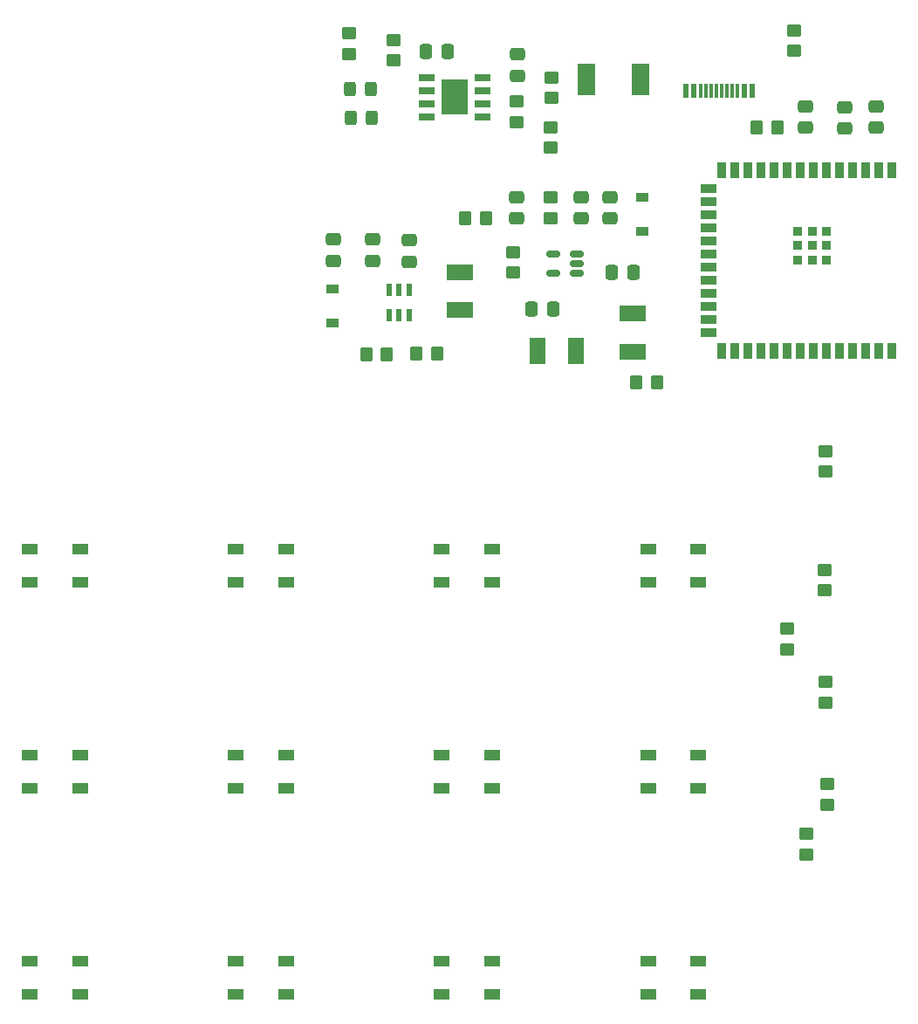
<source format=gtp>
G04 #@! TF.GenerationSoftware,KiCad,Pcbnew,(6.0.0)*
G04 #@! TF.CreationDate,2022-08-09T12:25:01+02:00*
G04 #@! TF.ProjectId,keyboard_v1.0,6b657962-6f61-4726-945f-76312e302e6b,rev?*
G04 #@! TF.SameCoordinates,Original*
G04 #@! TF.FileFunction,Paste,Top*
G04 #@! TF.FilePolarity,Positive*
%FSLAX46Y46*%
G04 Gerber Fmt 4.6, Leading zero omitted, Abs format (unit mm)*
G04 Created by KiCad (PCBNEW (6.0.0)) date 2022-08-09 12:25:01*
%MOMM*%
%LPD*%
G01*
G04 APERTURE LIST*
G04 Aperture macros list*
%AMRoundRect*
0 Rectangle with rounded corners*
0 $1 Rounding radius*
0 $2 $3 $4 $5 $6 $7 $8 $9 X,Y pos of 4 corners*
0 Add a 4 corners polygon primitive as box body*
4,1,4,$2,$3,$4,$5,$6,$7,$8,$9,$2,$3,0*
0 Add four circle primitives for the rounded corners*
1,1,$1+$1,$2,$3*
1,1,$1+$1,$4,$5*
1,1,$1+$1,$6,$7*
1,1,$1+$1,$8,$9*
0 Add four rect primitives between the rounded corners*
20,1,$1+$1,$2,$3,$4,$5,0*
20,1,$1+$1,$4,$5,$6,$7,0*
20,1,$1+$1,$6,$7,$8,$9,0*
20,1,$1+$1,$8,$9,$2,$3,0*%
G04 Aperture macros list end*
%ADD10RoundRect,0.250000X-0.350000X-0.450000X0.350000X-0.450000X0.350000X0.450000X-0.350000X0.450000X0*%
%ADD11R,2.500000X1.500000*%
%ADD12R,1.500000X2.500000*%
%ADD13R,1.525000X0.700000*%
%ADD14R,2.513000X3.402000*%
%ADD15RoundRect,0.250000X0.325000X0.450000X-0.325000X0.450000X-0.325000X-0.450000X0.325000X-0.450000X0*%
%ADD16RoundRect,0.250000X0.450000X-0.350000X0.450000X0.350000X-0.450000X0.350000X-0.450000X-0.350000X0*%
%ADD17RoundRect,0.250000X0.475000X-0.337500X0.475000X0.337500X-0.475000X0.337500X-0.475000X-0.337500X0*%
%ADD18RoundRect,0.250000X-0.450000X0.350000X-0.450000X-0.350000X0.450000X-0.350000X0.450000X0.350000X0*%
%ADD19R,1.780000X3.150000*%
%ADD20RoundRect,0.250000X-0.475000X0.337500X-0.475000X-0.337500X0.475000X-0.337500X0.475000X0.337500X0*%
%ADD21RoundRect,0.250000X0.350000X0.450000X-0.350000X0.450000X-0.350000X-0.450000X0.350000X-0.450000X0*%
%ADD22RoundRect,0.250000X-0.337500X-0.475000X0.337500X-0.475000X0.337500X0.475000X-0.337500X0.475000X0*%
%ADD23R,1.500000X1.000000*%
%ADD24R,1.200000X0.900000*%
%ADD25R,0.900000X1.500000*%
%ADD26R,1.500000X0.900000*%
%ADD27R,0.900000X0.900000*%
%ADD28R,0.600000X1.450000*%
%ADD29R,0.300000X1.450000*%
%ADD30R,0.600000X1.200000*%
%ADD31RoundRect,0.250000X0.337500X0.475000X-0.337500X0.475000X-0.337500X-0.475000X0.337500X-0.475000X0*%
%ADD32RoundRect,0.150000X0.512500X0.150000X-0.512500X0.150000X-0.512500X-0.150000X0.512500X-0.150000X0*%
G04 APERTURE END LIST*
D10*
X125600000Y-41800000D03*
X127600000Y-41800000D03*
D11*
X113600000Y-59850000D03*
X113600000Y-63550000D03*
D12*
X104350000Y-63500000D03*
X108050000Y-63500000D03*
D13*
X98984000Y-40775000D03*
X98984000Y-39505000D03*
X98984000Y-38235000D03*
X98984000Y-36965000D03*
X93560000Y-36965000D03*
X93560000Y-38235000D03*
X93560000Y-39505000D03*
X93560000Y-40775000D03*
D14*
X96272000Y-38870000D03*
D15*
X88149500Y-38055000D03*
X86099500Y-38055000D03*
D16*
X132200000Y-86700000D03*
X132200000Y-84700000D03*
D17*
X91900000Y-54837500D03*
X91900000Y-52762500D03*
D18*
X130441000Y-110349000D03*
X130441000Y-112349000D03*
D19*
X114342000Y-37163000D03*
X109112000Y-37163000D03*
D20*
X111400000Y-48562500D03*
X111400000Y-50637500D03*
D18*
X105653000Y-36959000D03*
X105653000Y-38959000D03*
D20*
X102300000Y-48562500D03*
X102300000Y-50637500D03*
D21*
X115900000Y-66500000D03*
X113900000Y-66500000D03*
D17*
X137200000Y-41837500D03*
X137200000Y-39762500D03*
D22*
X111562500Y-55900000D03*
X113637500Y-55900000D03*
D23*
X115050000Y-122700000D03*
X115050000Y-125900000D03*
X119950000Y-125900000D03*
X119950000Y-122700000D03*
D18*
X132300000Y-73200000D03*
X132300000Y-75200000D03*
D11*
X96800000Y-55850000D03*
X96800000Y-59550000D03*
D23*
X119950000Y-105900000D03*
X119950000Y-102700000D03*
X115050000Y-102700000D03*
X115050000Y-105900000D03*
D16*
X129217000Y-34404000D03*
X129217000Y-32404000D03*
D10*
X87700000Y-63800000D03*
X89700000Y-63800000D03*
D23*
X55050000Y-82700000D03*
X55050000Y-85900000D03*
X59950000Y-85900000D03*
X59950000Y-82700000D03*
X75050000Y-122700000D03*
X75050000Y-125900000D03*
X79950000Y-125900000D03*
X79950000Y-122700000D03*
D24*
X84400000Y-57450000D03*
X84400000Y-60750000D03*
D16*
X132300000Y-97600000D03*
X132300000Y-95600000D03*
D18*
X90339000Y-33313000D03*
X90339000Y-35313000D03*
D17*
X84500000Y-54737500D03*
X84500000Y-52662500D03*
D22*
X93536500Y-34436000D03*
X95611500Y-34436000D03*
D21*
X99300000Y-50600000D03*
X97300000Y-50600000D03*
D18*
X128539000Y-90403000D03*
X128539000Y-92403000D03*
D23*
X75050000Y-82700000D03*
X75050000Y-85900000D03*
X79950000Y-85900000D03*
X79950000Y-82700000D03*
X95050000Y-122700000D03*
X95050000Y-125900000D03*
X99950000Y-125900000D03*
X99950000Y-122700000D03*
X99950000Y-105900000D03*
X99950000Y-102700000D03*
X95050000Y-102700000D03*
X95050000Y-105900000D03*
X79950000Y-105900000D03*
X79950000Y-102700000D03*
X75050000Y-102700000D03*
X75050000Y-105900000D03*
D25*
X138696000Y-46001000D03*
X137426000Y-46001000D03*
X136156000Y-46001000D03*
X134886000Y-46001000D03*
X133616000Y-46001000D03*
X132346000Y-46001000D03*
X131076000Y-46001000D03*
X129806000Y-46001000D03*
X128536000Y-46001000D03*
X127266000Y-46001000D03*
X125996000Y-46001000D03*
X124726000Y-46001000D03*
X123456000Y-46001000D03*
X122186000Y-46001000D03*
D26*
X120936000Y-47766000D03*
X120936000Y-49036000D03*
X120936000Y-50301000D03*
X120936000Y-51576000D03*
X120936000Y-52846000D03*
X120936000Y-54116000D03*
X120936000Y-55386000D03*
X120936000Y-56656000D03*
X120936000Y-57926000D03*
X120936000Y-59196000D03*
X120936000Y-60466000D03*
X120936000Y-61736000D03*
D25*
X122186000Y-63501000D03*
X123456000Y-63501000D03*
X124726000Y-63501000D03*
X125996000Y-63501000D03*
X127266000Y-63501000D03*
X128536000Y-63501000D03*
X129806000Y-63501000D03*
X131076000Y-63501000D03*
X132346000Y-63501000D03*
X133616000Y-63501000D03*
X134886000Y-63501000D03*
X136156000Y-63501000D03*
X137426000Y-63501000D03*
X138696000Y-63501000D03*
D27*
X130976000Y-54651000D03*
X129576000Y-54651000D03*
X130976000Y-51851000D03*
X132376000Y-53251000D03*
X132376000Y-51851000D03*
X129576000Y-53251000D03*
X132376000Y-54651000D03*
X129571000Y-51851000D03*
X130976000Y-53251000D03*
D18*
X102300000Y-39300000D03*
X102300000Y-41300000D03*
X105600000Y-41800000D03*
X105600000Y-43800000D03*
D28*
X125190000Y-38244000D03*
X124390000Y-38244000D03*
D29*
X123190000Y-38244000D03*
X122190000Y-38244000D03*
X121690000Y-38244000D03*
X120690000Y-38244000D03*
D28*
X119490000Y-38244000D03*
X118690000Y-38244000D03*
X118690000Y-38244000D03*
X119490000Y-38244000D03*
D29*
X120190000Y-38244000D03*
X121190000Y-38244000D03*
X122690000Y-38244000D03*
X123690000Y-38244000D03*
D28*
X124390000Y-38244000D03*
X125190000Y-38244000D03*
D30*
X89950000Y-60050000D03*
X90900000Y-60050000D03*
X91850000Y-60050000D03*
X91850000Y-57550000D03*
X90900000Y-57550000D03*
X89950000Y-57550000D03*
D18*
X86020000Y-32696000D03*
X86020000Y-34696000D03*
X105600000Y-48600000D03*
X105600000Y-50600000D03*
D23*
X55050000Y-122700000D03*
X55050000Y-125900000D03*
X59950000Y-125900000D03*
X59950000Y-122700000D03*
X59950000Y-105900000D03*
X59950000Y-102700000D03*
X55050000Y-102700000D03*
X55050000Y-105900000D03*
D31*
X105837500Y-59400000D03*
X103762500Y-59400000D03*
D17*
X88300000Y-54737500D03*
X88300000Y-52662500D03*
D20*
X108600000Y-48562500D03*
X108600000Y-50637500D03*
D23*
X115050000Y-82700000D03*
X115050000Y-85900000D03*
X119950000Y-85900000D03*
X119950000Y-82700000D03*
D17*
X130300000Y-41837500D03*
X130300000Y-39762500D03*
D10*
X92600000Y-63700000D03*
X94600000Y-63700000D03*
D17*
X134100000Y-41937500D03*
X134100000Y-39862500D03*
D15*
X88271000Y-40870000D03*
X86221000Y-40870000D03*
D32*
X108137500Y-55950000D03*
X108137500Y-55000000D03*
X108137500Y-54050000D03*
X105862500Y-54050000D03*
X105862500Y-55950000D03*
D16*
X102000000Y-55900000D03*
X102000000Y-53900000D03*
D18*
X132400000Y-105500000D03*
X132400000Y-107500000D03*
D17*
X102403000Y-36794500D03*
X102403000Y-34719500D03*
D24*
X114500000Y-48550000D03*
X114500000Y-51850000D03*
D23*
X95050000Y-82700000D03*
X95050000Y-85900000D03*
X99950000Y-85900000D03*
X99950000Y-82700000D03*
M02*

</source>
